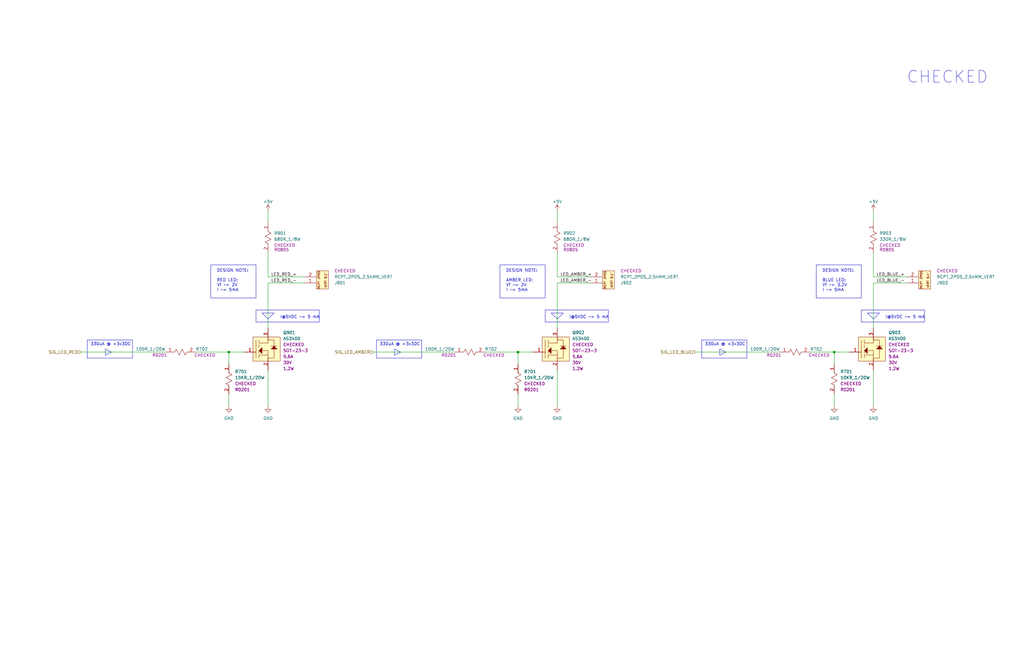
<source format=kicad_sch>
(kicad_sch (version 20230121) (generator eeschema)
  (paper "B")
  (lib_symbols
    (symbol "_SCHLIB_HotPlate:CONN_RCPT_2POS_2.54MM_VERT"
      (property "Reference" "J" (at 2.54 2.54 0))
      (property "Value" "RCPT_2POS_2.54MM_VERT" (at 2.54 5.08 0))
      (property "SCH CHECK" "CHECKED" (at 2.54 20.32 0))
      (symbol "CONN_RCPT_2POS_2.54MM_VERT_0_1"
        (rectangle (start 0 0) (end 5.08 -7.62) (fill (type background)))
        (text "RCPT 2POS\n\nVERT 0.1\"" (at 2.54 -3.81 900) (effects (font (size 0.889 0.889))))
      )
      (symbol "CONN_RCPT_2POS_2.54MM_VERT_1_1"
        (pin passive line (at -5.08 -2.54 0) (length 5.08) (name "") (number "1"))
        (pin passive line (at -5.08 -5.08 0) (length 5.08) (name "") (number "2"))
      )
    )
    (symbol "_SCHLIB_HotPlate:Q_AS3400"
      (property "Reference" "Q" (at 2.54 6.35 0))
      (property "Value" "AS3400" (at 2.54 8.89 0))
      (property "SCH CHECK" "CHECKED" (at 2.54 24.13 0))
      (property "Package" "SOT-23-3" (at 2.54 26.67 0))
      (property "Max Current" "5.6A" (at 2.54 29.21 0))
      (property "Max Vds" "30V" (at 2.54 31.75 0))
      (property "Max P" "1.2W" (at 2.54 34.29 0))
      (symbol "Q_AS3400_0_1"
        (polyline (pts (xy 5.08 -5.08) (xy 5.08 -12.7)))
        (polyline (pts (xy 6.35 -11.43) (xy 6.35 -12.7)))
        (polyline (pts (xy 6.35 -9.525) (xy 6.35 -10.795)))
        (polyline (pts (xy 6.35 -6.985) (xy 6.35 -8.255)))
        (polyline (pts (xy 6.35 -5.08) (xy 6.35 -6.35)))
        (polyline (pts (xy 11.43 -7.62) (xy 13.97 -7.62)))
        (polyline (pts (xy 6.35 -11.43) (xy 10.16 -11.43) (xy 10.16 -12.7)))
        (polyline (pts (xy 6.35 -6.35) (xy 10.16 -6.35) (xy 10.16 -5.08)))
        (polyline (pts (xy 10.16 -11.43) (xy 10.16 -9.525) (xy 6.35 -9.525)))
        (polyline (pts (xy 7.62 -8.255) (xy 6.35 -9.525) (xy 7.62 -10.795) (xy 7.62 -8.255)) (fill (type outline)))
        (polyline (pts (xy 10.16 -12.7) (xy 12.7 -12.7) (xy 12.7 -5.08) (xy 10.16 -5.08)))
        (polyline (pts (xy 11.43 -8.89) (xy 12.7 -7.62) (xy 13.97 -8.89) (xy 11.43 -8.89)) (fill (type outline)))
        (rectangle (start 3.81 -3.81) (end 15.24 -13.97) (fill (type background)))
      )
      (symbol "Q_AS3400_1_1"
        (pin passive line (at 0 -10.16 0) (length 5.08) (name "") (number "1"))
        (pin passive line (at 10.16 -17.78 90) (length 5.08) (name "") (number "2"))
        (pin passive line (at 10.16 0 270) (length 5.08) (name "") (number "3"))
      )
    )
    (symbol "_SCHLIB_HotPlate:RES_100R_1/20W-R0201"
      (property "Reference" "R" (at 2.54 3.81 0))
      (property "Value" "100R_1{slash}20W" (at 2.54 6.35 0))
      (property "SCH CHECK" "CHECKED" (at 2.54 21.59 0))
      (property "Package" "R0201" (at 2.54 24.13 0))
      (symbol "RES_100R_1/20W-R0201_0_0"
        (polyline (pts (xy 3.81 0) (xy 4.445 1.27) (xy 5.715 -1.27) (xy 6.985 1.27) (xy 8.255 -1.27) (xy 8.89 0)))
      )
      (symbol "RES_100R_1/20W-R0201_1_1"
        (pin passive line (at 0 0 0) (length 3.81) (name "") (number "1"))
        (pin passive line (at 12.7 0 180) (length 3.81) (name "") (number "2"))
      )
    )
    (symbol "_SCHLIB_HotPlate:RES_10KR_1/20W-R0201"
      (property "Reference" "R" (at 2.54 5.08 0))
      (property "Value" "10KR_1{slash}20W" (at 2.54 7.62 0))
      (property "SCH CHECK" "CHECKED" (at 2.54 22.86 0))
      (property "Package" "R0201" (at 2.54 25.4 0))
      (symbol "RES_10KR_1/20W-R0201_0_0"
        (polyline (pts (xy 3.81 0) (xy 4.445 1.27) (xy 5.715 -1.27) (xy 6.985 1.27) (xy 8.255 -1.27) (xy 8.89 0)))
      )
      (symbol "RES_10KR_1/20W-R0201_1_1"
        (pin passive line (at 0 0 0) (length 3.81) (name "") (number "1"))
        (pin passive line (at 12.7 0 180) (length 3.81) (name "") (number "2"))
      )
    )
    (symbol "_SCHLIB_HotPlate:RES_330R_1/8W_R0805"
      (property "Reference" "R" (at 2.54 3.81 0))
      (property "Value" "330R_1/8W" (at 2.54 6.35 0))
      (property "SCH CHECK" "CHECKED" (at 2.54 21.59 0))
      (property "Package" "R0805" (at 2.54 24.13 0))
      (symbol "RES_330R_1/8W_R0805_0_0"
        (polyline (pts (xy 3.81 0) (xy 4.445 1.27) (xy 5.715 -1.27) (xy 6.985 1.27) (xy 8.255 -1.27) (xy 8.89 0)))
      )
      (symbol "RES_330R_1/8W_R0805_1_1"
        (pin passive line (at 0 0 0) (length 3.81) (name "") (number "1"))
        (pin passive line (at 12.7 0 180) (length 3.81) (name "") (number "2"))
      )
    )
    (symbol "_SCHLIB_HotPlate:RES_680R_1/8W_R0805"
      (property "Reference" "R" (at 2.54 3.81 0))
      (property "Value" "680R_1/8W" (at 2.54 6.35 0))
      (property "SCH CHECK" "CHECKED" (at 2.54 21.59 0))
      (property "Package" "R0805" (at 2.54 24.13 0))
      (symbol "RES_680R_1/8W_R0805_0_0"
        (polyline (pts (xy 3.81 0) (xy 4.445 1.27) (xy 5.715 -1.27) (xy 6.985 1.27) (xy 8.255 -1.27) (xy 8.89 0)))
      )
      (symbol "RES_680R_1/8W_R0805_1_1"
        (pin passive line (at 0 0 0) (length 3.81) (name "") (number "1"))
        (pin passive line (at 12.7 0 180) (length 3.81) (name "") (number "2"))
      )
    )
    (symbol "power:+5V" (power) (pin_names (offset 0))
      (property "Value" "+5V" (at 0 3.556 0))
      (symbol "+5V_0_1"
        (polyline (pts (xy -0.762 1.27) (xy 0 2.54)))
        (polyline (pts (xy 0 0) (xy 0 2.54)))
        (polyline (pts (xy 0 2.54) (xy 0.762 1.27)))
      )
      (symbol "+5V_1_1"
        (pin power_in line (at 0 0 90) (length 0) hide (name "+5V") (number "1"))
      )
    )
    (symbol "power:GND" (power) (pin_names (offset 0))
      (property "Value" "GND" (at 0 -3.81 0))
      (symbol "GND_0_1"
        (polyline (pts (xy 0 0) (xy 0 -1.27) (xy 1.27 -1.27) (xy 0 -2.54) (xy -1.27 -1.27) (xy 0 -1.27)))
      )
      (symbol "GND_1_1"
        (pin power_in line (at 0 0 270) (length 0) hide (name "GND") (number "1"))
      )
    )
  )
  (junction (at 96.52 148.59))
  (junction (at 351.79 148.59))
  (junction (at 218.44 148.59))
  (polyline (pts (xy 44.45 147.32) (xy 46.99 148.59)))
  (wire (pts (xy 368.3 88.9) (xy 368.3 93.98)))
  (polyline (pts (xy 158.75 143.51) (xy 158.75 151.13)))
  (polyline (pts (xy 303.53 147.32) (xy 306.07 148.59)))
  (wire (pts (xy 113.03 119.38) (xy 128.27 119.38)))
  (wire (pts (xy 368.3 171.45) (xy 368.3 156.21)))
  (wire (pts (xy 234.95 106.68) (xy 234.95 116.84)))
  (polyline (pts (xy 36.83 143.51) (xy 36.83 151.13)))
  (polyline (pts (xy 44.45 149.86) (xy 46.99 148.59)))
  (wire (pts (xy 368.3 106.68) (xy 368.3 116.84)))
  (polyline (pts (xy 55.88 151.13) (xy 36.83 151.13)))
  (wire (pts (xy 234.95 119.38) (xy 234.95 138.43)))
  (polyline (pts (xy 158.75 143.51) (xy 177.8 143.51)))
  (wire (pts (xy 82.55 148.59) (xy 96.52 148.59)))
  (wire (pts (xy 351.79 148.59) (xy 351.79 153.67)))
  (polyline (pts (xy 295.91 143.51) (xy 314.96 143.51)))
  (wire (pts (xy 113.03 106.68) (xy 113.03 116.84)))
  (wire (pts (xy 113.03 171.45) (xy 113.03 156.21)))
  (polyline (pts (xy 110.49 132.08) (xy 115.57 132.08)))
  (polyline (pts (xy 303.53 147.32) (xy 303.53 149.86)))
  (wire (pts (xy 157.48 148.59) (xy 191.77 148.59)))
  (polyline (pts (xy 110.49 132.08) (xy 113.03 134.62)))
  (polyline (pts (xy 365.76 132.08) (xy 370.84 132.08)))
  (polyline (pts (xy 44.45 147.32) (xy 44.45 149.86)))
  (polyline (pts (xy 177.8 151.13) (xy 158.75 151.13)))
  (polyline (pts (xy 113.03 134.62) (xy 115.57 132.08)))
  (polyline (pts (xy 232.41 132.08) (xy 237.49 132.08)))
  (wire (pts (xy 218.44 148.59) (xy 224.79 148.59)))
  (wire (pts (xy 96.52 171.45) (xy 96.52 166.37)))
  (wire (pts (xy 96.52 148.59) (xy 96.52 153.67)))
  (polyline (pts (xy 232.41 132.08) (xy 234.95 134.62)))
  (polyline (pts (xy 55.88 143.51) (xy 55.88 151.13)))
  (wire (pts (xy 218.44 171.45) (xy 218.44 166.37)))
  (wire (pts (xy 234.95 116.84) (xy 248.92 116.84)))
  (polyline (pts (xy 314.96 143.51) (xy 314.96 151.13)))
  (polyline (pts (xy 234.95 134.62) (xy 237.49 132.08)))
  (wire (pts (xy 341.63 148.59) (xy 351.79 148.59)))
  (wire (pts (xy 368.3 116.84) (xy 382.27 116.84)))
  (wire (pts (xy 113.03 116.84) (xy 128.27 116.84)))
  (polyline (pts (xy 368.3 134.62) (xy 370.84 132.08)))
  (wire (pts (xy 234.95 88.9) (xy 234.95 93.98)))
  (polyline (pts (xy 166.37 147.32) (xy 166.37 149.86)))
  (wire (pts (xy 218.44 148.59) (xy 218.44 153.67)))
  (polyline (pts (xy 295.91 143.51) (xy 295.91 151.13)))
  (polyline (pts (xy 365.76 132.08) (xy 368.3 134.62)))
  (wire (pts (xy 34.29 148.59) (xy 69.85 148.59)))
  (wire (pts (xy 234.95 171.45) (xy 234.95 156.21)))
  (polyline (pts (xy 166.37 147.32) (xy 168.91 148.59)))
  (wire (pts (xy 113.03 119.38) (xy 113.03 138.43)))
  (wire (pts (xy 96.52 148.59) (xy 102.87 148.59)))
  (wire (pts (xy 113.03 88.9) (xy 113.03 93.98)))
  (polyline (pts (xy 303.53 149.86) (xy 306.07 148.59)))
  (wire (pts (xy 351.79 171.45) (xy 351.79 166.37)))
  (wire (pts (xy 368.3 119.38) (xy 368.3 138.43)))
  (wire (pts (xy 204.47 148.59) (xy 218.44 148.59)))
  (wire (pts (xy 368.3 119.38) (xy 382.27 119.38)))
  (polyline (pts (xy 36.83 143.51) (xy 55.88 143.51)))
  (wire (pts (xy 351.79 148.59) (xy 358.14 148.59)))
  (polyline (pts (xy 314.96 151.13) (xy 295.91 151.13)))
  (wire (pts (xy 293.37 148.59) (xy 328.93 148.59)))
  (wire (pts (xy 248.92 119.38) (xy 234.95 119.38)))
  (polyline (pts (xy 177.8 143.51) (xy 177.8 151.13)))
  (polyline (pts (xy 166.37 149.86) (xy 168.91 148.59)))
  (rectangle (start 107.95 130.81) (end 134.62 135.89))
  (rectangle (start 363.22 130.81) (end 389.89 135.89))
  (rectangle (start 210.82 111.76) (end 229.87 125.73))
  (rectangle (start 344.17 111.76) (end 363.22 125.73))
  (rectangle (start 229.87 130.81) (end 256.54 135.89))
  (rectangle (start 88.9 111.76) (end 107.95 125.73))
  (text "DESIGN NOTE:\n\nAMBER LED:\nVf ~= 2V\nI ~= 5mA" (at 213.36 123.19 0) (effects (font (size 1.27 1.27)) (justify left bottom)))
  (text "I@5VDC ~= 5 mA" (at 118.11 134.62 0) (effects (font (size 1.27 1.27)) (justify left bottom)))
  (text "I@5VDC ~= 5 mA" (at 373.38 134.62 0) (effects (font (size 1.27 1.27)) (justify left bottom)))
  (text "DESIGN NOTE:\n\nBLUE LED:\nVf ~= 3.2V\nI ~= 5mA" (at 346.71 123.19 0) (effects (font (size 1.27 1.27)) (justify left bottom)))
  (text "330uA @ +3v3DC" (at 160.02 146.05 0) (effects (font (size 1.27 1.27)) (justify left bottom)))
  (text "DESIGN NOTE:\n\nRED LED:\nVf ~= 2V\nI ~= 5mA" (at 91.44 123.19 0) (effects (font (size 1.27 1.27)) (justify left bottom)))
  (text "I@5VDC ~= 5 mA" (at 240.03 134.62 0) (effects (font (size 1.27 1.27)) (justify left bottom)))
  (text "CHECKED" (at 382.27 35.56 0) (effects (font (size 5 5)) (justify left bottom)))
  (text "330uA @ +3v3DC" (at 297.18 146.05 0) (effects (font (size 1.27 1.27)) (justify left bottom)))
  (text "330uA @ +3v3DC" (at 38.1 146.05 0) (effects (font (size 1.27 1.27)) (justify left bottom)))
  (label "LED_BLUE_+" (at 369.57 116.84 0))
  (label "LED_RED_-" (at 114.3 119.38 0))
  (label "LED_BLUE_-" (at 369.57 119.38 0))
  (label "LED_RED_+" (at 114.3 116.84 0))
  (label "LED_AMBER_-" (at 236.22 119.38 0))
  (label "LED_AMBER_+" (at 236.22 116.84 0))
  (hierarchical_label "SIG_LED_AMBER" (shape input) (at 157.48 148.59 180))
  (hierarchical_label "SIG_LED_RED" (shape input) (at 34.29 148.59 180))
  (hierarchical_label "SIG_LED_BLUE" (shape input) (at 293.37 148.59 180))
  (symbol (lib_id "power:+5V") (at 368.3 88.9 0) (unit 1)
    (property "Reference" "#PWR0903" (effects hide))
    (property "Value" "+5V" (at 368.3 85.09 0))
  )
  (symbol (lib_id "_SCHLIB_HotPlate:Q_AS3400") (at 102.87 138.43 0) (unit 1)
    (property "Reference" "Q901" (at 119.38 140.335 0) (effects (justify left)))
    (property "Value" "AS3400" (at 119.38 142.875 0) (effects (justify left)))
    (property "Footprint" "Package_TO_SOT_SMD:SOT-23-3" (effects hide))
    (property "Datasheet" "https://media.digikey.com/pdf/Data%20Sheets/Anbon%20Semi%20PDFs/AS3400.pdf" (effects hide))
    (property "Description" "N-Channel 30 V 5.6A (Ta) 1.2W (Ta) Surface Mount SOT-23" (effects hide))
    (property "Part Number" "AS3400" (effects hide))
    (property "Link" "https://www.digikey.ca/en/products/detail/anbon-semiconductor-int-l-limited/AS3400/16708476" (effects hide))
    (property "SCH CHECK" "CHECKED" (at 119.38 145.415 0) (effects (justify left)))
    (property "Package" "SOT-23-3" (at 119.38 147.955 0) (effects (justify left)))
    (property "Max Current" "5.6A" (at 119.38 150.495 0) (effects (justify left)))
    (property "Max Vds" "30V" (at 119.38 153.035 0) (effects (justify left)))
    (property "Max P" "1.2W" (at 119.38 155.575 0) (effects (justify left)))
  )
  (symbol (lib_id "_SCHLIB_HotPlate:RES_10KR_1/20W-R0201") (at 96.52 153.67 270) (unit 1)
    (property "Reference" "R701" (at 99.06 156.845 90) (effects (justify left)))
    (property "Value" "10KR_1/20W" (at 99.06 159.385 90) (effects (justify left)))
    (property "Footprint" "Resistor_SMD:R_0201_0603Metric" (effects hide))
    (property "Datasheet" "https://www.seielect.com/Catalog/SEI-RMCF_RMCP.pdf" (effects hide))
    (property "Description" "10 kOhms ±1% 0.05W, 1/20W Chip Resistor 0201 (0603 Metric) Thick Film" (effects hide))
    (property "Part Number" "RMCF0201FT10K0" (effects hide))
    (property "Link" "https://www.digikey.ca/en/products/detail/stackpole-electronics-inc/RMCF0201FT10K0/1714990" (effects hide))
    (property "SCH CHECK" "CHECKED" (at 99.06 161.925 90) (effects (justify left)))
    (property "Package" "R0201" (at 99.06 164.465 90) (effects (justify left)))
    (instances (project "_HW_HotPlate" (path "" (reference "R701") (unit 1)) (path "" (reference "R907") (unit 1))))
  )
  (symbol (lib_id "_SCHLIB_HotPlate:CONN_RCPT_2POS_2.54MM_VERT") (at 133.35 121.92 0) (mirror x) (unit 1)
    (property "Reference" "J901" (at 140.97 119.38 0) (effects (justify left)))
    (property "Value" "RCPT_2POS_2.54MM_VERT" (at 140.97 116.84 0) (effects (justify left)))
    (property "Footprint" "Connector_PinSocket_2.54mm:PinSocket_1x02_P2.54mm_Vertical" (effects hide))
    (property "Datasheet" "https://app.adam-tech.com/products/download/data_sheet/203013/rs1-xx-g-data-sheet.pdf" (effects hide))
    (property "Description" "2 Position Receptacle Connector 0.100\" (2.54mm) Through Hole Gold" (effects hide))
    (property "Part Number" "RS1-02-G" (effects hide))
    (property "Link" "https://www.digikey.ca/en/products/detail/adam-tech/RS1-02-G/9832044" (effects hide))
    (property "SCH CHECK" "CHECKED" (at 140.97 114.3 0) (effects (justify left)))
  )
  (symbol (lib_id "_SCHLIB_HotPlate:RES_330R_1/8W_R0805") (at 368.3 93.98 270) (unit 1)
    (property "Reference" "R903" (at 370.84 98.425 90) (effects (justify left)))
    (property "Value" "330R_1/8W" (at 370.84 100.965 90) (effects (justify left)))
    (property "Footprint" "Resistor_SMD:R_0805_2012Metric" (effects hide))
    (property "Datasheet" "https://www.te.com/usa-en/product-1-2176342-6.datasheet.pdf" (effects hide))
    (property "Description" "330 Ohms ±5% 0.125W, 1/8W Chip Resistor 0805 (2012 Metric) Automotive AEC-Q200, Moisture Resistant Thick Film" (effects hide))
    (property "Part Number" "CRGCQ0805J330R" (effects hide))
    (property "Link" "https://www.digikey.ca/en/products/detail/te-connectivity-passive-product/CRGCQ0805J330R/8576733" (effects hide))
    (property "SCH CHECK" "CHECKED" (at 370.84 103.505 90) (effects (justify left)))
    (property "Package" "R0805" (at 370.84 105.41 90) (effects (justify left)))
  )
  (symbol (lib_id "power:GND") (at 96.52 171.45 0) (unit 1)
    (property "Reference" "#PWR0702" (effects hide))
    (property "Value" "GND" (at 96.52 176.53 0))
    (instances (project "_HW_HotPlate" (path "" (reference "#PWR0702") (unit 1)) (path "" (reference "#PWR0904") (unit 1))))
  )
  (symbol (lib_id "_SCHLIB_HotPlate:RES_680R_1/8W_R0805") (at 234.95 93.98 270) (unit 1)
    (property "Reference" "R902" (at 237.49 98.425 90) (effects (justify left)))
    (property "Value" "680R_1/8W" (at 237.49 100.965 90) (effects (justify left)))
    (property "Footprint" "Resistor_SMD:R_0805_2012Metric" (effects hide))
    (property "Datasheet" "https://www.yageo.com/upload/media/product/productsearch/datasheet/rchip/PYu-AC_51_RoHS_L_9.pdf" (effects hide))
    (property "Description" "680 Ohms ±1% 0.125W, 1/8W Chip Resistor 0805 (2012 Metric) Automotive AEC-Q200, Moisture Resistant Thick Film" (effects hide))
    (property "Part Number" "AC0805FR-07680RL" (effects hide))
    (property "Link" "https://www.digikey.ca/en/products/detail/yageo/AC0805FR-07680RL/5896948" (effects hide))
    (property "SCH CHECK" "CHECKED" (at 237.49 103.505 90) (effects (justify left)))
    (property "Package" "R0805" (at 237.49 105.41 90) (effects (justify left)))
  )
  (symbol (lib_id "_SCHLIB_HotPlate:RES_680R_1/8W_R0805") (at 113.03 93.98 270) (unit 1)
    (property "Reference" "R901" (at 115.57 98.425 90) (effects (justify left)))
    (property "Value" "680R_1/8W" (at 115.57 100.965 90) (effects (justify left)))
    (property "Footprint" "Resistor_SMD:R_0805_2012Metric" (effects hide))
    (property "Datasheet" "https://www.yageo.com/upload/media/product/productsearch/datasheet/rchip/PYu-AC_51_RoHS_L_9.pdf" (effects hide))
    (property "Description" "680 Ohms ±1% 0.125W, 1/8W Chip Resistor 0805 (2012 Metric) Automotive AEC-Q200, Moisture Resistant Thick Film" (effects hide))
    (property "Part Number" "AC0805FR-07680RL" (effects hide))
    (property "Link" "https://www.digikey.ca/en/products/detail/yageo/AC0805FR-07680RL/5896948" (effects hide))
    (property "SCH CHECK" "CHECKED" (at 115.57 103.505 90) (effects (justify left)))
    (property "Package" "R0805" (at 115.57 105.41 90) (effects (justify left)))
  )
  (symbol (lib_id "_SCHLIB_HotPlate:CONN_RCPT_2POS_2.54MM_VERT") (at 254 121.92 0) (mirror x) (unit 1)
    (property "Reference" "J902" (at 261.62 119.38 0) (effects (justify left)))
    (property "Value" "RCPT_2POS_2.54MM_VERT" (at 261.62 116.84 0) (effects (justify left)))
    (property "Footprint" "Connector_PinSocket_2.54mm:PinSocket_1x02_P2.54mm_Vertical" (effects hide))
    (property "Datasheet" "https://app.adam-tech.com/products/download/data_sheet/203013/rs1-xx-g-data-sheet.pdf" (effects hide))
    (property "Description" "2 Position Receptacle Connector 0.100\" (2.54mm) Through Hole Gold" (effects hide))
    (property "Part Number" "RS1-02-G" (effects hide))
    (property "Link" "https://www.digikey.ca/en/products/detail/adam-tech/RS1-02-G/9832044" (effects hide))
    (property "SCH CHECK" "CHECKED" (at 261.62 114.3 0) (effects (justify left)))
  )
  (symbol (lib_id "power:GND") (at 113.03 171.45 0) (unit 1)
    (property "Reference" "#PWR0701" (effects hide))
    (property "Value" "GND" (at 113.03 176.53 0))
    (instances (project "_HW_HotPlate" (path "" (reference "#PWR0701") (unit 1)) (path "" (reference "#PWR0905") (unit 1))))
  )
  (symbol (lib_id "_SCHLIB_HotPlate:Q_AS3400") (at 358.14 138.43 0) (unit 1)
    (property "Reference" "Q903" (at 374.65 140.335 0) (effects (justify left)))
    (property "Value" "AS3400" (at 374.65 142.875 0) (effects (justify left)))
    (property "Footprint" "Package_TO_SOT_SMD:SOT-23-3" (effects hide))
    (property "Datasheet" "https://media.digikey.com/pdf/Data%20Sheets/Anbon%20Semi%20PDFs/AS3400.pdf" (effects hide))
    (property "Description" "N-Channel 30 V 5.6A (Ta) 1.2W (Ta) Surface Mount SOT-23" (effects hide))
    (property "Part Number" "AS3400" (effects hide))
    (property "Link" "https://www.digikey.ca/en/products/detail/anbon-semiconductor-int-l-limited/AS3400/16708476" (effects hide))
    (property "SCH CHECK" "CHECKED" (at 374.65 145.415 0) (effects (justify left)))
    (property "Package" "SOT-23-3" (at 374.65 147.955 0) (effects (justify left)))
    (property "Max Current" "5.6A" (at 374.65 150.495 0) (effects (justify left)))
    (property "Max Vds" "30V" (at 374.65 153.035 0) (effects (justify left)))
    (property "Max P" "1.2W" (at 374.65 155.575 0) (effects (justify left)))
  )
  (symbol (lib_id "_SCHLIB_HotPlate:RES_10KR_1/20W-R0201") (at 351.79 153.67 270) (unit 1)
    (property "Reference" "R701" (at 354.33 156.845 90) (effects (justify left)))
    (property "Value" "10KR_1/20W" (at 354.33 159.385 90) (effects (justify left)))
    (property "Footprint" "Resistor_SMD:R_0201_0603Metric" (effects hide))
    (property "Datasheet" "https://www.seielect.com/Catalog/SEI-RMCF_RMCP.pdf" (effects hide))
    (property "Description" "10 kOhms ±1% 0.05W, 1/20W Chip Resistor 0201 (0603 Metric) Thick Film" (effects hide))
    (property "Part Number" "RMCF0201FT10K0" (effects hide))
    (property "Link" "https://www.digikey.ca/en/products/detail/stackpole-electronics-inc/RMCF0201FT10K0/1714990" (effects hide))
    (property "SCH CHECK" "CHECKED" (at 354.33 161.925 90) (effects (justify left)))
    (property "Package" "R0201" (at 354.33 164.465 90) (effects (justify left)))
    (instances (project "_HW_HotPlate" (path "" (reference "R701") (unit 1)) (path "" (reference "R909") (unit 1))))
  )
  (symbol (lib_id "_SCHLIB_HotPlate:RES_100R_1/20W-R0201") (at 328.93 148.59 0) (unit 1)
    (property "Reference" "R702" (at 344.17 147.32 0))
    (property "Value" "100R_1/20W" (at 322.58 147.32 0))
    (property "Footprint" "Resistor_SMD:R_0201_0603Metric" (effects hide))
    (property "Datasheet" "https://www.seielect.com/Catalog/SEI-RMCF_RMCP.pdf" (effects hide))
    (property "Description" "100 Ohms ±1% 0.05W, 1/20W Chip Resistor 0201 (0603 Metric) Thick Film" (effects hide))
    (property "Part Number" "RMCF0201FT100R" (effects hide))
    (property "Link" "https://www.digikey.ca/en/products/detail/stackpole-electronics-inc/RMCF0201FT100R/1714988" (effects hide))
    (property "SCH CHECK" "CHECKED" (at 345.44 149.86 0))
    (property "Package" "R0201" (at 326.39 149.86 0))
    (instances (project "_HW_HotPlate" (path "" (reference "R702") (unit 1)) (path "" (reference "R906") (unit 1))))
  )
  (symbol (lib_id "_SCHLIB_HotPlate:CONN_RCPT_2POS_2.54MM_VERT") (at 387.35 121.92 0) (mirror x) (unit 1)
    (property "Reference" "J903" (at 394.97 119.38 0) (effects (justify left)))
    (property "Value" "RCPT_2POS_2.54MM_VERT" (at 394.97 116.84 0) (effects (justify left)))
    (property "Footprint" "Connector_PinSocket_2.54mm:PinSocket_1x02_P2.54mm_Vertical" (effects hide))
    (property "Datasheet" "https://app.adam-tech.com/products/download/data_sheet/203013/rs1-xx-g-data-sheet.pdf" (effects hide))
    (property "Description" "2 Position Receptacle Connector 0.100\" (2.54mm) Through Hole Gold" (effects hide))
    (property "Part Number" "RS1-02-G" (effects hide))
    (property "Link" "https://www.digikey.ca/en/products/detail/adam-tech/RS1-02-G/9832044" (effects hide))
    (property "SCH CHECK" "CHECKED" (at 394.97 114.3 0) (effects (justify left)))
  )
  (symbol (lib_id "power:GND") (at 218.44 171.45 0) (unit 1)
    (property "Reference" "#PWR0702" (effects hide))
    (property "Value" "GND" (at 218.44 176.53 0))
    (instances (project "_HW_HotPlate" (path "" (reference "#PWR0702") (unit 1)) (path "" (reference "#PWR0906") (unit 1))))
  )
  (symbol (lib_id "power:GND") (at 234.95 171.45 0) (unit 1)
    (property "Reference" "#PWR0701" (effects hide))
    (property "Value" "GND" (at 234.95 176.53 0))
    (instances (project "_HW_HotPlate" (path "" (reference "#PWR0701") (unit 1)) (path "" (reference "#PWR0907") (unit 1))))
  )
  (symbol (lib_id "_SCHLIB_HotPlate:Q_AS3400") (at 224.79 138.43 0) (unit 1)
    (property "Reference" "Q902" (at 241.3 140.335 0) (effects (justify left)))
    (property "Value" "AS3400" (at 241.3 142.875 0) (effects (justify left)))
    (property "Footprint" "Package_TO_SOT_SMD:SOT-23-3" (effects hide))
    (property "Datasheet" "https://media.digikey.com/pdf/Data%20Sheets/Anbon%20Semi%20PDFs/AS3400.pdf" (effects hide))
    (property "Description" "N-Channel 30 V 5.6A (Ta) 1.2W (Ta) Surface Mount SOT-23" (effects hide))
    (property "Part Number" "AS3400" (effects hide))
    (property "Link" "https://www.digikey.ca/en/products/detail/anbon-semiconductor-int-l-limited/AS3400/16708476" (effects hide))
    (property "SCH CHECK" "CHECKED" (at 241.3 145.415 0) (effects (justify left)))
    (property "Package" "SOT-23-3" (at 241.3 147.955 0) (effects (justify left)))
    (property "Max Current" "5.6A" (at 241.3 150.495 0) (effects (justify left)))
    (property "Max Vds" "30V" (at 241.3 153.035 0) (effects (justify left)))
    (property "Max P" "1.2W" (at 241.3 155.575 0) (effects (justify left)))
  )
  (symbol (lib_id "_SCHLIB_HotPlate:RES_10KR_1/20W-R0201") (at 218.44 153.67 270) (unit 1)
    (property "Reference" "R701" (at 220.98 156.845 90) (effects (justify left)))
    (property "Value" "10KR_1/20W" (at 220.98 159.385 90) (effects (justify left)))
    (property "Footprint" "Resistor_SMD:R_0201_0603Metric" (effects hide))
    (property "Datasheet" "https://www.seielect.com/Catalog/SEI-RMCF_RMCP.pdf" (effects hide))
    (property "Description" "10 kOhms ±1% 0.05W, 1/20W Chip Resistor 0201 (0603 Metric) Thick Film" (effects hide))
    (property "Part Number" "RMCF0201FT10K0" (effects hide))
    (property "Link" "https://www.digikey.ca/en/products/detail/stackpole-electronics-inc/RMCF0201FT10K0/1714990" (effects hide))
    (property "SCH CHECK" "CHECKED" (at 220.98 161.925 90) (effects (justify left)))
    (property "Package" "R0201" (at 220.98 164.465 90) (effects (justify left)))
    (instances (project "_HW_HotPlate" (path "" (reference "R701") (unit 1)) (path "" (reference "R908") (unit 1))))
  )
  (symbol (lib_id "power:+5V") (at 113.03 88.9 0) (unit 1)
    (property "Reference" "#PWR0901" (effects hide))
    (property "Value" "+5V" (at 113.03 85.09 0))
  )
  (symbol (lib_id "_SCHLIB_HotPlate:RES_100R_1/20W-R0201") (at 191.77 148.59 0) (unit 1)
    (property "Reference" "R702" (at 207.01 147.32 0))
    (property "Value" "100R_1/20W" (at 185.42 147.32 0))
    (property "Footprint" "Resistor_SMD:R_0201_0603Metric" (effects hide))
    (property "Datasheet" "https://www.seielect.com/Catalog/SEI-RMCF_RMCP.pdf" (effects hide))
    (property "Description" "100 Ohms ±1% 0.05W, 1/20W Chip Resistor 0201 (0603 Metric) Thick Film" (effects hide))
    (property "Part Number" "RMCF0201FT100R" (effects hide))
    (property "Link" "https://www.digikey.ca/en/products/detail/stackpole-electronics-inc/RMCF0201FT100R/1714988" (effects hide))
    (property "SCH CHECK" "CHECKED" (at 208.28 149.86 0))
    (property "Package" "R0201" (at 189.23 149.86 0))
    (instances (project "_HW_HotPlate" (path "" (reference "R702") (unit 1)) (path "" (reference "R905") (unit 1))))
  )
  (symbol (lib_id "_SCHLIB_HotPlate:RES_100R_1/20W-R0201") (at 69.85 148.59 0) (unit 1)
    (property "Reference" "R702" (at 85.09 147.32 0))
    (property "Value" "100R_1/20W" (at 63.5 147.32 0))
    (property "Footprint" "Resistor_SMD:R_0201_0603Metric" (effects hide))
    (property "Datasheet" "https://www.seielect.com/Catalog/SEI-RMCF_RMCP.pdf" (effects hide))
    (property "Description" "100 Ohms ±1% 0.05W, 1/20W Chip Resistor 0201 (0603 Metric) Thick Film" (effects hide))
    (property "Part Number" "RMCF0201FT100R" (effects hide))
    (property "Link" "https://www.digikey.ca/en/products/detail/stackpole-electronics-inc/RMCF0201FT100R/1714988" (effects hide))
    (property "SCH CHECK" "CHECKED" (at 86.36 149.86 0))
    (property "Package" "R0201" (at 67.31 149.86 0))
    (instances (project "_HW_HotPlate" (path "" (reference "R702") (unit 1)) (path "" (reference "R904") (unit 1))))
  )
  (symbol (lib_id "power:+5V") (at 234.95 88.9 0) (unit 1)
    (property "Reference" "#PWR0902" (effects hide))
    (property "Value" "+5V" (at 234.95 85.09 0))
  )
  (symbol (lib_id "power:GND") (at 351.79 171.45 0) (unit 1)
    (property "Reference" "#PWR0702" (effects hide))
    (property "Value" "GND" (at 351.79 176.53 0))
    (instances (project "_HW_HotPlate" (path "" (reference "#PWR0702") (unit 1)) (path "" (reference "#PWR0908") (unit 1))))
  )
  (symbol (lib_id "power:GND") (at 368.3 171.45 0) (unit 1)
    (property "Reference" "#PWR0701" (effects hide))
    (property "Value" "GND" (at 368.3 176.53 0))
    (instances (project "_HW_HotPlate" (path "" (reference "#PWR0701") (unit 1)) (path "" (reference "#PWR0909") (unit 1))))
  )
)
</source>
